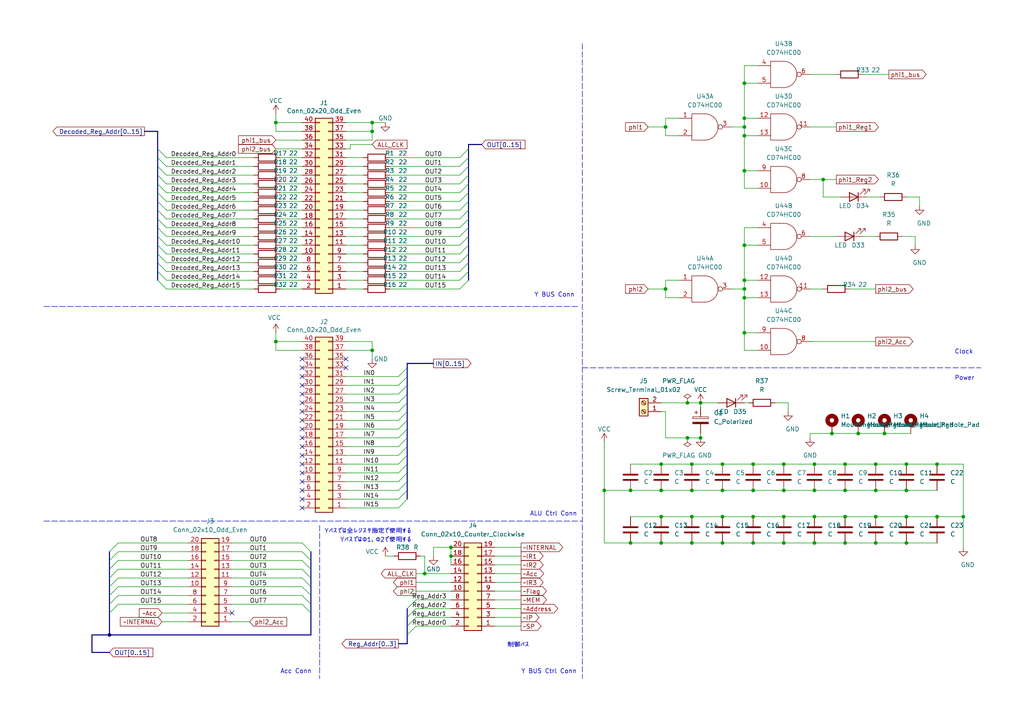
<source format=kicad_sch>
(kicad_sch (version 20211123) (generator eeschema)
  (paper "A4")
  (junction (at 218.44 157.48))
  (junction (at 227.33 142.24))
  (junction (at 203.2 127))
  (junction (at 215.9 34.29))
  (junction (at 191.77 157.48))
  (junction (at 123.19 166.37))
  (junction (at 218.44 134.62))
  (junction (at 236.22 157.48))
  (junction (at 200.66 134.62))
  (junction (at 236.22 149.86))
  (junction (at 175.26 142.24))
  (junction (at 245.11 142.24))
  (junction (at 254 157.48))
  (junction (at 254 142.24))
  (junction (at 209.55 149.86))
  (junction (at 245.11 149.86))
  (junction (at 107.95 35.56))
  (junction (at 262.89 142.24))
  (junction (at 200.66 149.86))
  (junction (at 215.9 39.37))
  (junction (at 215.9 24.13))
  (junction (at 191.77 134.62))
  (junction (at 262.89 157.48))
  (junction (at 130.81 161.29))
  (junction (at 31.75 184.15))
  (junction (at 227.33 149.86))
  (junction (at 218.44 142.24))
  (junction (at 248.92 125.73))
  (junction (at 215.9 96.52))
  (junction (at 279.4 149.86))
  (junction (at 245.11 157.48))
  (junction (at 191.77 142.24))
  (junction (at 200.66 142.24))
  (junction (at 218.44 149.86))
  (junction (at 209.55 157.48))
  (junction (at 215.9 71.12))
  (junction (at 80.01 35.56))
  (junction (at 236.22 134.62))
  (junction (at 262.89 149.86))
  (junction (at 182.88 157.48))
  (junction (at 80.01 99.06))
  (junction (at 241.3 125.73))
  (junction (at 130.81 158.75))
  (junction (at 215.9 86.36))
  (junction (at 236.22 142.24))
  (junction (at 254 149.86))
  (junction (at 182.88 142.24))
  (junction (at 256.54 125.73))
  (junction (at 245.11 134.62))
  (junction (at 203.2 116.84))
  (junction (at 215.9 83.82))
  (junction (at 191.77 149.86))
  (junction (at 215.9 36.83))
  (junction (at 193.04 83.82))
  (junction (at 271.78 134.62))
  (junction (at 199.39 116.84))
  (junction (at 227.33 134.62))
  (junction (at 271.78 149.86))
  (junction (at 107.95 38.1))
  (junction (at 200.66 157.48))
  (junction (at 107.95 101.6))
  (junction (at 209.55 142.24))
  (junction (at 238.76 52.07))
  (junction (at 262.89 134.62))
  (junction (at 209.55 134.62))
  (junction (at 199.39 127))
  (junction (at 227.33 157.48))
  (junction (at 215.9 49.53))
  (junction (at 215.9 81.28))
  (junction (at 254 134.62))
  (junction (at 193.04 36.83))
  (no_connect (at 87.63 109.22))
  (no_connect (at 87.63 114.3))
  (no_connect (at 87.63 124.46))
  (no_connect (at 87.63 104.14))
  (no_connect (at 100.33 106.68))
  (no_connect (at 87.63 111.76))
  (no_connect (at 87.63 129.54))
  (no_connect (at 87.63 132.08))
  (no_connect (at 87.63 139.7))
  (no_connect (at 87.63 147.32))
  (no_connect (at 87.63 144.78))
  (no_connect (at 67.31 177.8))
  (no_connect (at 87.63 116.84))
  (no_connect (at 87.63 142.24))
  (no_connect (at 87.63 134.62))
  (no_connect (at 87.63 127))
  (no_connect (at 100.33 104.14))
  (no_connect (at 87.63 121.92))
  (no_connect (at 87.63 119.38))
  (no_connect (at 87.63 137.16))
  (no_connect (at 87.63 106.68))
  (bus_entry (at 87.63 167.64) (size 2.54 2.54))
  (bus_entry (at 31.75 160.02) (size 2.54 -2.54))
  (bus_entry (at 118.11 127) (size -2.54 2.54))
  (bus_entry (at 45.72 48.26) (size 2.54 2.54))
  (bus_entry (at 45.72 73.66) (size 2.54 2.54))
  (bus_entry (at 135.89 50.8) (size -2.54 2.54))
  (bus_entry (at 135.89 71.12) (size -2.54 2.54))
  (bus_entry (at 87.63 160.02) (size 2.54 2.54))
  (bus_entry (at 31.75 177.8) (size 2.54 -2.54))
  (bus_entry (at 87.63 170.18) (size 2.54 2.54))
  (bus_entry (at 45.72 81.28) (size 2.54 2.54))
  (bus_entry (at 87.63 162.56) (size 2.54 2.54))
  (bus_entry (at 118.11 119.38) (size -2.54 2.54))
  (bus_entry (at 135.89 68.58) (size -2.54 2.54))
  (bus_entry (at 118.11 132.08) (size -2.54 2.54))
  (bus_entry (at 135.89 60.96) (size -2.54 2.54))
  (bus_entry (at 45.72 53.34) (size 2.54 2.54))
  (bus_entry (at 31.75 165.1) (size 2.54 -2.54))
  (bus_entry (at 118.11 176.53) (size 2.54 -2.54))
  (bus_entry (at 45.72 66.04) (size 2.54 2.54))
  (bus_entry (at 118.11 109.22) (size -2.54 2.54))
  (bus_entry (at 118.11 181.61) (size 2.54 -2.54))
  (bus_entry (at 87.63 172.72) (size 2.54 2.54))
  (bus_entry (at 135.89 81.28) (size -2.54 2.54))
  (bus_entry (at 45.72 50.8) (size 2.54 2.54))
  (bus_entry (at 118.11 116.84) (size -2.54 2.54))
  (bus_entry (at 45.72 63.5) (size 2.54 2.54))
  (bus_entry (at 135.89 48.26) (size -2.54 2.54))
  (bus_entry (at 31.75 167.64) (size 2.54 -2.54))
  (bus_entry (at 118.11 139.7) (size -2.54 2.54))
  (bus_entry (at 135.89 45.72) (size -2.54 2.54))
  (bus_entry (at 135.89 63.5) (size -2.54 2.54))
  (bus_entry (at 45.72 68.58) (size 2.54 2.54))
  (bus_entry (at 135.89 76.2) (size -2.54 2.54))
  (bus_entry (at 45.72 43.18) (size 2.54 2.54))
  (bus_entry (at 135.89 43.18) (size -2.54 2.54))
  (bus_entry (at 135.89 73.66) (size -2.54 2.54))
  (bus_entry (at 135.89 66.04) (size -2.54 2.54))
  (bus_entry (at 118.11 179.07) (size 2.54 -2.54))
  (bus_entry (at 45.72 58.42) (size 2.54 2.54))
  (bus_entry (at 45.72 78.74) (size 2.54 2.54))
  (bus_entry (at 31.75 170.18) (size 2.54 -2.54))
  (bus_entry (at 45.72 76.2) (size 2.54 2.54))
  (bus_entry (at 118.11 124.46) (size -2.54 2.54))
  (bus_entry (at 135.89 55.88) (size -2.54 2.54))
  (bus_entry (at 87.63 175.26) (size 2.54 2.54))
  (bus_entry (at 87.63 157.48) (size 2.54 2.54))
  (bus_entry (at 118.11 106.68) (size -2.54 2.54))
  (bus_entry (at 31.75 175.26) (size 2.54 -2.54))
  (bus_entry (at 118.11 111.76) (size -2.54 2.54))
  (bus_entry (at 31.75 172.72) (size 2.54 -2.54))
  (bus_entry (at 135.89 53.34) (size -2.54 2.54))
  (bus_entry (at 118.11 137.16) (size -2.54 2.54))
  (bus_entry (at 45.72 45.72) (size 2.54 2.54))
  (bus_entry (at 118.11 134.62) (size -2.54 2.54))
  (bus_entry (at 118.11 129.54) (size -2.54 2.54))
  (bus_entry (at 45.72 60.96) (size 2.54 2.54))
  (bus_entry (at 118.11 144.78) (size -2.54 2.54))
  (bus_entry (at 135.89 58.42) (size -2.54 2.54))
  (bus_entry (at 45.72 55.88) (size 2.54 2.54))
  (bus_entry (at 118.11 184.15) (size 2.54 -2.54))
  (bus_entry (at 87.63 165.1) (size 2.54 2.54))
  (bus_entry (at 118.11 142.24) (size -2.54 2.54))
  (bus_entry (at 45.72 71.12) (size 2.54 2.54))
  (bus_entry (at 118.11 114.3) (size -2.54 2.54))
  (bus_entry (at 118.11 121.92) (size -2.54 2.54))
  (bus_entry (at 31.75 162.56) (size 2.54 -2.54))
  (bus_entry (at 135.89 78.74) (size -2.54 2.54))
  (bus (pts (xy 118.11 105.41) (xy 125.73 105.41)))
  (wire (pts (xy 113.03 53.34) (xy 133.35 53.34)))
  (wire (pts (xy 123.19 161.29) (xy 123.19 166.37)))
  (wire (pts (xy 115.57 134.62) (xy 100.33 134.62)))
  (bus (pts (xy 118.11 114.3) (xy 118.11 116.84)))
  (bus (pts (xy 135.89 78.74) (xy 135.89 81.28)))
  (wire (pts (xy 107.95 35.56) (xy 107.95 38.1)))
  (wire (pts (xy 113.03 63.5) (xy 133.35 63.5)))
  (bus (pts (xy 90.17 177.8) (xy 90.17 184.15)))
  (wire (pts (xy 143.51 161.29) (xy 151.13 161.29)))
  (wire (pts (xy 113.03 58.42) (xy 133.35 58.42)))
  (wire (pts (xy 105.41 81.28) (xy 100.33 81.28)))
  (wire (pts (xy 191.77 116.84) (xy 199.39 116.84)))
  (wire (pts (xy 105.41 68.58) (xy 100.33 68.58)))
  (wire (pts (xy 143.51 176.53) (xy 151.13 176.53)))
  (polyline (pts (xy 92.71 152.4) (xy 92.71 196.85)))
  (wire (pts (xy 113.03 45.72) (xy 133.35 45.72)))
  (wire (pts (xy 238.76 57.15) (xy 238.76 52.07)))
  (wire (pts (xy 107.95 101.6) (xy 100.33 101.6)))
  (wire (pts (xy 182.88 142.24) (xy 175.26 142.24)))
  (bus (pts (xy 90.17 165.1) (xy 90.17 167.64)))
  (wire (pts (xy 115.57 139.7) (xy 100.33 139.7)))
  (wire (pts (xy 241.3 125.73) (xy 234.95 125.73)))
  (wire (pts (xy 113.03 66.04) (xy 133.35 66.04)))
  (wire (pts (xy 219.71 101.6) (xy 215.9 101.6)))
  (wire (pts (xy 215.9 36.83) (xy 215.9 34.29)))
  (wire (pts (xy 261.62 68.58) (xy 265.43 68.58)))
  (wire (pts (xy 209.55 149.86) (xy 200.66 149.86)))
  (wire (pts (xy 245.11 134.62) (xy 254 134.62)))
  (wire (pts (xy 115.57 114.3) (xy 100.33 114.3)))
  (wire (pts (xy 242.57 52.07) (xy 238.76 52.07)))
  (wire (pts (xy 130.81 158.75) (xy 125.73 158.75)))
  (wire (pts (xy 236.22 157.48) (xy 245.11 157.48)))
  (wire (pts (xy 130.81 158.75) (xy 130.81 161.29)))
  (wire (pts (xy 115.57 147.32) (xy 100.33 147.32)))
  (polyline (pts (xy 168.91 12.7) (xy 168.91 196.85)))
  (wire (pts (xy 262.89 157.48) (xy 271.78 157.48)))
  (wire (pts (xy 67.31 170.18) (xy 87.63 170.18)))
  (wire (pts (xy 113.03 60.96) (xy 133.35 60.96)))
  (bus (pts (xy 135.89 63.5) (xy 135.89 66.04)))
  (wire (pts (xy 48.26 50.8) (xy 73.66 50.8)))
  (wire (pts (xy 193.04 83.82) (xy 193.04 81.28)))
  (wire (pts (xy 219.71 54.61) (xy 215.9 54.61)))
  (wire (pts (xy 242.57 36.83) (xy 234.95 36.83)))
  (wire (pts (xy 115.57 116.84) (xy 100.33 116.84)))
  (bus (pts (xy 31.75 160.02) (xy 31.75 162.56)))
  (bus (pts (xy 90.17 170.18) (xy 90.17 172.72)))
  (wire (pts (xy 193.04 127) (xy 199.39 127)))
  (wire (pts (xy 48.26 81.28) (xy 73.66 81.28)))
  (bus (pts (xy 118.11 181.61) (xy 118.11 184.15)))
  (wire (pts (xy 81.28 60.96) (xy 87.63 60.96)))
  (polyline (pts (xy 12.7 151.13) (xy 168.91 151.13)))
  (bus (pts (xy 45.72 48.26) (xy 45.72 50.8)))
  (bus (pts (xy 41.91 38.1) (xy 45.72 38.1)))
  (wire (pts (xy 265.43 68.58) (xy 265.43 71.12)))
  (wire (pts (xy 215.9 96.52) (xy 219.71 96.52)))
  (wire (pts (xy 34.29 160.02) (xy 54.61 160.02)))
  (wire (pts (xy 81.28 73.66) (xy 87.63 73.66)))
  (wire (pts (xy 236.22 142.24) (xy 227.33 142.24)))
  (wire (pts (xy 120.65 171.45) (xy 130.81 171.45)))
  (bus (pts (xy 118.11 176.53) (xy 118.11 179.07)))
  (wire (pts (xy 81.28 45.72) (xy 87.63 45.72)))
  (wire (pts (xy 48.26 76.2) (xy 73.66 76.2)))
  (wire (pts (xy 262.89 134.62) (xy 271.78 134.62)))
  (wire (pts (xy 143.51 181.61) (xy 151.13 181.61)))
  (bus (pts (xy 31.75 165.1) (xy 31.75 167.64)))
  (wire (pts (xy 107.95 104.14) (xy 107.95 101.6)))
  (bus (pts (xy 45.72 78.74) (xy 45.72 81.28)))
  (wire (pts (xy 254 83.82) (xy 246.38 83.82)))
  (wire (pts (xy 113.03 81.28) (xy 133.35 81.28)))
  (wire (pts (xy 34.29 170.18) (xy 54.61 170.18)))
  (wire (pts (xy 199.39 116.84) (xy 203.2 116.84)))
  (bus (pts (xy 135.89 50.8) (xy 135.89 53.34)))
  (wire (pts (xy 199.39 127) (xy 203.2 127)))
  (wire (pts (xy 105.41 83.82) (xy 100.33 83.82)))
  (wire (pts (xy 242.57 21.59) (xy 234.95 21.59)))
  (wire (pts (xy 193.04 39.37) (xy 193.04 36.83)))
  (wire (pts (xy 200.66 134.62) (xy 209.55 134.62)))
  (wire (pts (xy 193.04 81.28) (xy 196.85 81.28)))
  (wire (pts (xy 81.28 53.34) (xy 87.63 53.34)))
  (bus (pts (xy 135.89 58.42) (xy 135.89 60.96)))
  (wire (pts (xy 182.88 157.48) (xy 191.77 157.48)))
  (bus (pts (xy 45.72 66.04) (xy 45.72 68.58)))
  (bus (pts (xy 118.11 139.7) (xy 118.11 142.24)))
  (bus (pts (xy 135.89 71.12) (xy 135.89 73.66)))
  (bus (pts (xy 45.72 76.2) (xy 45.72 78.74)))
  (wire (pts (xy 175.26 128.27) (xy 175.26 142.24)))
  (bus (pts (xy 118.11 129.54) (xy 118.11 132.08)))
  (wire (pts (xy 215.9 83.82) (xy 215.9 81.28)))
  (wire (pts (xy 81.28 58.42) (xy 87.63 58.42)))
  (wire (pts (xy 215.9 34.29) (xy 219.71 34.29)))
  (bus (pts (xy 90.17 160.02) (xy 90.17 162.56)))
  (wire (pts (xy 34.29 157.48) (xy 54.61 157.48)))
  (wire (pts (xy 215.9 81.28) (xy 219.71 81.28)))
  (wire (pts (xy 193.04 119.38) (xy 193.04 127)))
  (wire (pts (xy 107.95 40.64) (xy 107.95 38.1)))
  (wire (pts (xy 48.26 63.5) (xy 73.66 63.5)))
  (wire (pts (xy 80.01 33.02) (xy 80.01 35.56)))
  (wire (pts (xy 48.26 55.88) (xy 73.66 55.88)))
  (wire (pts (xy 115.57 127) (xy 100.33 127)))
  (wire (pts (xy 48.26 60.96) (xy 73.66 60.96)))
  (wire (pts (xy 254 157.48) (xy 262.89 157.48)))
  (wire (pts (xy 120.65 176.53) (xy 130.81 176.53)))
  (wire (pts (xy 67.31 157.48) (xy 87.63 157.48)))
  (wire (pts (xy 125.73 158.75) (xy 125.73 161.29)))
  (wire (pts (xy 215.9 81.28) (xy 215.9 71.12)))
  (wire (pts (xy 215.9 71.12) (xy 215.9 66.04)))
  (wire (pts (xy 218.44 134.62) (xy 227.33 134.62)))
  (wire (pts (xy 113.03 68.58) (xy 133.35 68.58)))
  (wire (pts (xy 187.96 36.83) (xy 193.04 36.83)))
  (wire (pts (xy 245.11 157.48) (xy 254 157.48)))
  (wire (pts (xy 87.63 35.56) (xy 80.01 35.56)))
  (bus (pts (xy 118.11 179.07) (xy 118.11 181.61)))
  (wire (pts (xy 81.28 63.5) (xy 87.63 63.5)))
  (polyline (pts (xy 12.7 88.9) (xy 167.64 88.9)))
  (wire (pts (xy 115.57 109.22) (xy 100.33 109.22)))
  (bus (pts (xy 118.11 184.15) (xy 118.11 186.69)))
  (bus (pts (xy 135.89 73.66) (xy 135.89 76.2)))
  (wire (pts (xy 105.41 71.12) (xy 100.33 71.12)))
  (wire (pts (xy 215.9 39.37) (xy 215.9 36.83)))
  (wire (pts (xy 200.66 149.86) (xy 191.77 149.86)))
  (wire (pts (xy 67.31 167.64) (xy 87.63 167.64)))
  (bus (pts (xy 31.75 162.56) (xy 31.75 165.1)))
  (bus (pts (xy 45.72 43.18) (xy 45.72 45.72)))
  (wire (pts (xy 105.41 78.74) (xy 100.33 78.74)))
  (wire (pts (xy 193.04 34.29) (xy 196.85 34.29)))
  (wire (pts (xy 107.95 38.1) (xy 100.33 38.1)))
  (wire (pts (xy 279.4 149.86) (xy 271.78 149.86)))
  (wire (pts (xy 196.85 39.37) (xy 193.04 39.37)))
  (wire (pts (xy 34.29 165.1) (xy 54.61 165.1)))
  (bus (pts (xy 90.17 175.26) (xy 90.17 177.8)))
  (wire (pts (xy 262.89 57.15) (xy 266.7 57.15)))
  (wire (pts (xy 80.01 43.18) (xy 87.63 43.18)))
  (wire (pts (xy 251.46 57.15) (xy 255.27 57.15)))
  (wire (pts (xy 105.41 66.04) (xy 100.33 66.04)))
  (wire (pts (xy 101.6 41.91) (xy 107.95 41.91)))
  (wire (pts (xy 87.63 99.06) (xy 80.01 99.06)))
  (wire (pts (xy 80.01 99.06) (xy 80.01 101.6)))
  (wire (pts (xy 72.39 180.34) (xy 67.31 180.34)))
  (wire (pts (xy 271.78 134.62) (xy 279.4 134.62)))
  (wire (pts (xy 209.55 142.24) (xy 200.66 142.24)))
  (bus (pts (xy 135.89 43.18) (xy 135.89 45.72)))
  (wire (pts (xy 254 149.86) (xy 245.11 149.86)))
  (wire (pts (xy 215.9 96.52) (xy 215.9 86.36)))
  (wire (pts (xy 266.7 57.15) (xy 266.7 59.69)))
  (wire (pts (xy 143.51 171.45) (xy 151.13 171.45)))
  (bus (pts (xy 135.89 41.91) (xy 135.89 43.18)))
  (bus (pts (xy 90.17 167.64) (xy 90.17 170.18)))
  (bus (pts (xy 31.75 184.15) (xy 90.17 184.15)))
  (wire (pts (xy 87.63 101.6) (xy 80.01 101.6)))
  (wire (pts (xy 113.03 55.88) (xy 133.35 55.88)))
  (bus (pts (xy 118.11 132.08) (xy 118.11 134.62)))
  (wire (pts (xy 115.57 132.08) (xy 100.33 132.08)))
  (wire (pts (xy 115.57 111.76) (xy 100.33 111.76)))
  (wire (pts (xy 48.26 66.04) (xy 73.66 66.04)))
  (wire (pts (xy 115.57 129.54) (xy 100.33 129.54)))
  (wire (pts (xy 200.66 157.48) (xy 209.55 157.48)))
  (bus (pts (xy 135.89 76.2) (xy 135.89 78.74)))
  (wire (pts (xy 262.89 149.86) (xy 254 149.86)))
  (wire (pts (xy 113.03 78.74) (xy 133.35 78.74)))
  (wire (pts (xy 46.99 180.34) (xy 54.61 180.34)))
  (bus (pts (xy 135.89 68.58) (xy 135.89 71.12)))
  (wire (pts (xy 187.96 83.82) (xy 193.04 83.82)))
  (bus (pts (xy 115.57 186.69) (xy 118.11 186.69)))
  (wire (pts (xy 227.33 142.24) (xy 218.44 142.24)))
  (bus (pts (xy 135.89 60.96) (xy 135.89 63.5)))
  (wire (pts (xy 212.09 83.82) (xy 215.9 83.82)))
  (bus (pts (xy 118.11 137.16) (xy 118.11 139.7)))
  (wire (pts (xy 81.28 78.74) (xy 87.63 78.74)))
  (bus (pts (xy 45.72 63.5) (xy 45.72 66.04)))
  (wire (pts (xy 215.9 49.53) (xy 215.9 39.37)))
  (wire (pts (xy 105.41 76.2) (xy 100.33 76.2)))
  (bus (pts (xy 139.7 41.91) (xy 135.89 41.91)))
  (wire (pts (xy 227.33 157.48) (xy 236.22 157.48)))
  (bus (pts (xy 135.89 45.72) (xy 135.89 48.26)))
  (wire (pts (xy 242.57 68.58) (xy 234.95 68.58)))
  (wire (pts (xy 115.57 137.16) (xy 100.33 137.16)))
  (bus (pts (xy 26.67 184.15) (xy 31.75 184.15)))
  (bus (pts (xy 118.11 134.62) (xy 118.11 137.16)))
  (wire (pts (xy 250.19 68.58) (xy 254 68.58)))
  (wire (pts (xy 196.85 86.36) (xy 193.04 86.36)))
  (wire (pts (xy 175.26 142.24) (xy 175.26 157.48)))
  (wire (pts (xy 227.33 149.86) (xy 218.44 149.86)))
  (wire (pts (xy 191.77 142.24) (xy 182.88 142.24)))
  (wire (pts (xy 209.55 134.62) (xy 218.44 134.62)))
  (wire (pts (xy 105.41 63.5) (xy 100.33 63.5)))
  (wire (pts (xy 245.11 149.86) (xy 236.22 149.86)))
  (wire (pts (xy 105.41 73.66) (xy 100.33 73.66)))
  (wire (pts (xy 111.76 161.29) (xy 114.3 161.29)))
  (wire (pts (xy 191.77 149.86) (xy 182.88 149.86)))
  (wire (pts (xy 105.41 50.8) (xy 100.33 50.8)))
  (wire (pts (xy 203.2 125.73) (xy 203.2 127)))
  (wire (pts (xy 115.57 121.92) (xy 100.33 121.92)))
  (wire (pts (xy 105.41 48.26) (xy 100.33 48.26)))
  (bus (pts (xy 45.72 50.8) (xy 45.72 53.34)))
  (wire (pts (xy 191.77 119.38) (xy 193.04 119.38)))
  (wire (pts (xy 257.81 21.59) (xy 250.19 21.59)))
  (wire (pts (xy 243.84 57.15) (xy 238.76 57.15)))
  (wire (pts (xy 227.33 134.62) (xy 236.22 134.62)))
  (wire (pts (xy 254 142.24) (xy 245.11 142.24)))
  (wire (pts (xy 215.9 19.05) (xy 219.71 19.05)))
  (wire (pts (xy 34.29 162.56) (xy 54.61 162.56)))
  (wire (pts (xy 105.41 58.42) (xy 100.33 58.42)))
  (wire (pts (xy 80.01 40.64) (xy 87.63 40.64)))
  (wire (pts (xy 87.63 38.1) (xy 80.01 38.1)))
  (wire (pts (xy 254 99.06) (xy 234.95 99.06)))
  (wire (pts (xy 262.89 149.86) (xy 271.78 149.86)))
  (bus (pts (xy 118.11 105.41) (xy 118.11 106.68)))
  (wire (pts (xy 254 134.62) (xy 262.89 134.62)))
  (bus (pts (xy 45.72 58.42) (xy 45.72 60.96)))
  (wire (pts (xy 80.01 96.52) (xy 80.01 99.06)))
  (wire (pts (xy 182.88 134.62) (xy 191.77 134.62)))
  (wire (pts (xy 46.99 177.8) (xy 54.61 177.8)))
  (wire (pts (xy 81.28 48.26) (xy 87.63 48.26)))
  (wire (pts (xy 48.26 45.72) (xy 73.66 45.72)))
  (wire (pts (xy 34.29 167.64) (xy 54.61 167.64)))
  (wire (pts (xy 67.31 160.02) (xy 87.63 160.02)))
  (bus (pts (xy 118.11 109.22) (xy 118.11 111.76)))
  (wire (pts (xy 215.9 86.36) (xy 215.9 83.82)))
  (wire (pts (xy 264.16 125.73) (xy 256.54 125.73)))
  (bus (pts (xy 45.72 71.12) (xy 45.72 73.66)))
  (wire (pts (xy 215.9 116.84) (xy 217.17 116.84)))
  (wire (pts (xy 107.95 101.6) (xy 107.95 99.06)))
  (wire (pts (xy 224.79 116.84) (xy 228.6 116.84)))
  (wire (pts (xy 215.9 24.13) (xy 219.71 24.13)))
  (wire (pts (xy 245.11 142.24) (xy 236.22 142.24)))
  (wire (pts (xy 48.26 48.26) (xy 73.66 48.26)))
  (bus (pts (xy 31.75 177.8) (xy 31.75 184.15)))
  (bus (pts (xy 31.75 172.72) (xy 31.75 175.26)))
  (wire (pts (xy 191.77 134.62) (xy 200.66 134.62)))
  (wire (pts (xy 81.28 68.58) (xy 87.63 68.58)))
  (wire (pts (xy 113.03 73.66) (xy 133.35 73.66)))
  (wire (pts (xy 111.76 35.56) (xy 107.95 35.56)))
  (wire (pts (xy 120.65 173.99) (xy 130.81 173.99)))
  (wire (pts (xy 279.4 149.86) (xy 279.4 158.75)))
  (bus (pts (xy 45.72 38.1) (xy 45.72 43.18)))
  (wire (pts (xy 81.28 81.28) (xy 87.63 81.28)))
  (wire (pts (xy 81.28 71.12) (xy 87.63 71.12)))
  (bus (pts (xy 45.72 60.96) (xy 45.72 63.5)))
  (bus (pts (xy 90.17 172.72) (xy 90.17 175.26)))
  (wire (pts (xy 48.26 78.74) (xy 73.66 78.74)))
  (wire (pts (xy 212.09 36.83) (xy 215.9 36.83)))
  (bus (pts (xy 31.75 189.23) (xy 26.67 189.23)))
  (wire (pts (xy 191.77 157.48) (xy 200.66 157.48)))
  (wire (pts (xy 115.57 142.24) (xy 100.33 142.24)))
  (wire (pts (xy 143.51 166.37) (xy 151.13 166.37)))
  (wire (pts (xy 271.78 142.24) (xy 262.89 142.24)))
  (wire (pts (xy 113.03 83.82) (xy 133.35 83.82)))
  (bus (pts (xy 118.11 106.68) (xy 118.11 109.22)))
  (wire (pts (xy 121.92 161.29) (xy 123.19 161.29)))
  (wire (pts (xy 67.31 175.26) (xy 87.63 175.26)))
  (wire (pts (xy 120.65 168.91) (xy 130.81 168.91)))
  (wire (pts (xy 215.9 54.61) (xy 215.9 49.53)))
  (wire (pts (xy 238.76 83.82) (xy 234.95 83.82)))
  (bus (pts (xy 135.89 53.34) (xy 135.89 55.88)))
  (bus (pts (xy 135.89 48.26) (xy 135.89 50.8)))
  (wire (pts (xy 215.9 101.6) (xy 215.9 96.52)))
  (bus (pts (xy 45.72 45.72) (xy 45.72 48.26)))
  (wire (pts (xy 228.6 116.84) (xy 228.6 119.38)))
  (wire (pts (xy 115.57 124.46) (xy 100.33 124.46)))
  (wire (pts (xy 80.01 35.56) (xy 80.01 38.1)))
  (wire (pts (xy 100.33 43.18) (xy 101.6 43.18)))
  (wire (pts (xy 107.95 99.06) (xy 100.33 99.06)))
  (wire (pts (xy 48.26 71.12) (xy 73.66 71.12)))
  (bus (pts (xy 118.11 116.84) (xy 118.11 119.38)))
  (wire (pts (xy 120.65 179.07) (xy 130.81 179.07)))
  (wire (pts (xy 208.28 116.84) (xy 203.2 116.84)))
  (polyline (pts (xy 168.91 106.68) (xy 284.48 106.68)))
  (wire (pts (xy 200.66 142.24) (xy 191.77 142.24)))
  (wire (pts (xy 113.03 48.26) (xy 133.35 48.26)))
  (wire (pts (xy 67.31 165.1) (xy 87.63 165.1)))
  (bus (pts (xy 31.75 167.64) (xy 31.75 170.18)))
  (bus (pts (xy 31.75 175.26) (xy 31.75 177.8)))
  (wire (pts (xy 48.26 53.34) (xy 73.66 53.34)))
  (wire (pts (xy 209.55 157.48) (xy 218.44 157.48)))
  (wire (pts (xy 48.26 68.58) (xy 73.66 68.58)))
  (bus (pts (xy 118.11 142.24) (xy 118.11 144.78)))
  (wire (pts (xy 248.92 125.73) (xy 241.3 125.73)))
  (wire (pts (xy 67.31 162.56) (xy 87.63 162.56)))
  (bus (pts (xy 118.11 124.46) (xy 118.11 127)))
  (wire (pts (xy 115.57 119.38) (xy 100.33 119.38)))
  (wire (pts (xy 81.28 76.2) (xy 87.63 76.2)))
  (wire (pts (xy 107.95 35.56) (xy 100.33 35.56)))
  (wire (pts (xy 215.9 34.29) (xy 215.9 24.13)))
  (wire (pts (xy 143.51 179.07) (xy 151.13 179.07)))
  (wire (pts (xy 48.26 58.42) (xy 73.66 58.42)))
  (wire (pts (xy 105.41 45.72) (xy 100.33 45.72)))
  (bus (pts (xy 31.75 170.18) (xy 31.75 172.72)))
  (wire (pts (xy 193.04 36.83) (xy 193.04 34.29)))
  (wire (pts (xy 34.29 175.26) (xy 54.61 175.26)))
  (bus (pts (xy 45.72 55.88) (xy 45.72 58.42)))
  (wire (pts (xy 215.9 71.12) (xy 219.71 71.12)))
  (wire (pts (xy 215.9 24.13) (xy 215.9 19.05)))
  (wire (pts (xy 143.51 168.91) (xy 151.13 168.91)))
  (wire (pts (xy 175.26 157.48) (xy 182.88 157.48)))
  (wire (pts (xy 101.6 43.18) (xy 101.6 41.91)))
  (wire (pts (xy 105.41 60.96) (xy 100.33 60.96)))
  (bus (pts (xy 45.72 68.58) (xy 45.72 71.12)))
  (wire (pts (xy 215.9 49.53) (xy 219.71 49.53)))
  (wire (pts (xy 105.41 55.88) (xy 100.33 55.88)))
  (wire (pts (xy 105.41 53.34) (xy 100.33 53.34)))
  (wire (pts (xy 236.22 134.62) (xy 245.11 134.62)))
  (wire (pts (xy 123.19 166.37) (xy 130.81 166.37)))
  (bus (pts (xy 45.72 53.34) (xy 45.72 55.88)))
  (bus (pts (xy 90.17 162.56) (xy 90.17 165.1)))
  (bus (pts (xy 118.11 111.76) (xy 118.11 114.3)))
  (wire (pts (xy 236.22 149.86) (xy 227.33 149.86)))
  (wire (pts (xy 143.51 173.99) (xy 151.13 173.99)))
  (bus (pts (xy 118.11 127) (xy 118.11 129.54)))
  (wire (pts (xy 48.26 73.66) (xy 73.66 73.66)))
  (wire (pts (xy 130.81 161.29) (xy 130.81 163.83)))
  (wire (pts (xy 48.26 83.82) (xy 73.66 83.82)))
  (bus (pts (xy 135.89 66.04) (xy 135.89 68.58)))
  (wire (pts (xy 113.03 71.12) (xy 133.35 71.12)))
  (wire (pts (xy 234.95 125.73) (xy 234.95 127)))
  (wire (pts (xy 256.54 125.73) (xy 248.92 125.73)))
  (wire (pts (xy 113.03 76.2) (xy 133.35 76.2)))
  (wire (pts (xy 67.31 172.72) (xy 87.63 172.72)))
  (wire (pts (xy 81.28 50.8) (xy 87.63 50.8)))
  (wire (pts (xy 81.28 83.82) (xy 87.63 83.82)))
  (wire (pts (xy 215.9 66.04) (xy 219.71 66.04)))
  (bus (pts (xy 118.11 119.38) (xy 118.11 121.92)))
  (wire (pts (xy 115.57 144.78) (xy 100.33 144.78)))
  (bus (pts (xy 45.72 73.66) (xy 45.72 76.2)))
  (bus (pts (xy 135.89 55.88) (xy 135.89 58.42)))
  (wire (pts (xy 218.44 149.86) (xy 209.55 149.86)))
  (wire (pts (xy 279.4 134.62) (xy 279.4 149.86)))
  (bus (pts (xy 26.67 189.23) (xy 26.67 184.15)))
  (wire (pts (xy 215.9 39.37) (xy 219.71 39.37)))
  (wire (pts (xy 143.51 163.83) (xy 151.13 163.83)))
  (wire (pts (xy 81.28 66.04) (xy 87.63 66.04)))
  (wire (pts (xy 120.65 181.61) (xy 130.81 181.61)))
  (wire (pts (xy 218.44 157.48) (xy 227.33 157.48)))
  (wire (pts (xy 100.33 40.64) (xy 107.95 40.64)))
  (wire (pts (xy 215.9 86.36) (xy 219.71 86.36)))
  (wire (pts (xy 203.2 116.84) (xy 203.2 118.11)))
  (wire (pts (xy 193.04 86.36) (xy 193.04 83.82)))
  (wire (pts (xy 143.51 158.75) (xy 151.13 158.75)))
  (wire (pts (xy 238.76 52.07) (xy 234.95 52.07)))
  (wire (pts (xy 262.89 142.24) (xy 254 142.24)))
  (wire (pts (xy 120.65 166.37) (xy 123.19 166.37)))
  (bus (pts (xy 118.11 121.92) (xy 118.11 124.46)))
  (wire (pts (xy 218.44 142.24) (xy 209.55 142.24)))
  (wire (pts (xy 113.03 50.8) (xy 133.35 50.8)))
  (wire (pts (xy 81.28 55.88) (xy 87.63 55.88)))
  (wire (pts (xy 34.29 172.72) (xy 54.61 172.72)))
  (text "Clock" (at 276.86 102.87 0) (effects (font (size 1.27 1.27)) (justify left bottom)))
  (text "YバスではΦ1，Φ2で使用する" (at 119.38 157.48 180) (effects (font (size 1.27 1.27)) (justify right bottom)))
  (text "Power" (at 276.86 110.49 0) (effects (font (size 1.27 1.27)) (justify left bottom)))
  (text "Yバスでは全レジスタ指定で使用する" (at 119.38 154.94 180) (effects (font (size 1.27 1.27)) (justify right bottom)))
  (text "ALU Ctrl Conn" (at 153.67 149.86 0) (effects (font (size 1.27 1.27)) (justify left bottom)))
  (text "Y BUS Conn" (at 154.94 86.36 0) (effects (font (size 1.27 1.27)) (justify left bottom)))
  (text "Y BUS Ctrl Conn" (at 151.13 195.58 0) (effects (font (size 1.27 1.27)) (justify left bottom)))
  (text "制御バス" (at 153.67 187.96 180) (effects (font (size 1.27 1.27)) (justify right bottom)))
  (text "Acc Conn" (at 81.28 195.58 0) (effects (font (size 1.27 1.27)) (justify left bottom)))
  (label "OUT0" (at 123.19 45.72 0))
  (label "Decoded_Reg_Addr6" (at 49.53 60.96 0))
  (label "Decoded_Reg_Addr4" (at 49.53 55.88 0))
  (label "Reg_Addr0" (at 129.54 181.61 180))
  (label "Decoded_Reg_Addr5" (at 49.53 58.42 0))
  (label "Decoded_Reg_Addr2" (at 49.53 50.8 0))
  (label "IN2" (at 105.41 114.3 0))
  (label "OUT4" (at 123.19 55.88 0))
  (label "IN4" (at 105.41 119.38 0))
  (label "IN3" (at 105.41 116.84 0))
  (label "Decoded_Reg_Addr14" (at 49.53 81.28 0))
  (label "OUT14" (at 123.19 81.28 0))
  (label "OUT9" (at 123.19 68.58 0))
  (label "IN14" (at 105.3645 144.78 0))
  (label "Decoded_Reg_Addr13" (at 49.53 78.74 0))
  (label "IN13" (at 105.3645 142.24 0))
  (label "OUT8" (at 123.19 66.04 0))
  (label "IN15" (at 105.3645 147.32 0))
  (label "OUT11" (at 123.19 73.66 0))
  (label "IN7" (at 105.41 127 0))
  (label "OUT15" (at 40.64 175.26 0))
  (label "IN12" (at 105.3645 139.7 0))
  (label "Decoded_Reg_Addr12" (at 49.53 76.2 0))
  (label "OUT7" (at 123.19 63.5 0))
  (label "IN9" (at 105.3645 132.08 0))
  (label "OUT10" (at 123.19 71.12 0))
  (label "Decoded_Reg_Addr15" (at 49.53 83.82 0))
  (label "Reg_Addr3" (at 129.54 173.99 180))
  (label "OUT3" (at 72.39 165.1 0))
  (label "OUT12" (at 40.64 167.64 0))
  (label "OUT8" (at 40.64 157.48 0))
  (label "OUT3" (at 123.19 53.34 0))
  (label "OUT4" (at 72.39 167.64 0))
  (label "OUT13" (at 40.64 170.18 0))
  (label "Decoded_Reg_Addr3" (at 49.53 53.34 0))
  (label "OUT2" (at 123.19 50.8 0))
  (label "OUT1" (at 123.19 48.26 0))
  (label "OUT5" (at 72.39 170.18 0))
  (label "OUT0" (at 72.39 157.48 0))
  (label "OUT15" (at 123.19 83.82 0))
  (label "Decoded_Reg_Addr0" (at 49.53 45.72 0))
  (label "Decoded_Reg_Addr10" (at 49.53 71.12 0))
  (label "Decoded_Reg_Addr7" (at 49.53 63.5 0))
  (label "OUT6" (at 72.39 172.72 0))
  (label "OUT14" (at 40.64 172.72 0))
  (label "OUT13" (at 123.19 78.74 0))
  (label "OUT10" (at 40.64 162.56 0))
  (label "Reg_Addr2" (at 129.54 176.53 180))
  (label "IN5" (at 105.41 121.92 0))
  (label "OUT2" (at 72.39 162.56 0))
  (label "IN0" (at 105.41 109.22 0))
  (label "OUT12" (at 123.19 76.2 0))
  (label "IN11" (at 105.3645 137.16 0))
  (label "Decoded_Reg_Addr8" (at 49.53 66.04 0))
  (label "IN8" (at 105.3645 129.54 0))
  (label "Decoded_Reg_Addr9" (at 49.53 68.58 0))
  (label "Decoded_Reg_Addr11" (at 49.53 73.66 0))
  (label "IN10" (at 105.3645 134.62 0))
  (label "OUT9" (at 40.64 160.02 0))
  (label "Reg_Addr1" (at 129.54 179.07 180))
  (label "IN6" (at 105.41 124.46 0))
  (label "OUT5" (at 123.19 58.42 0))
  (label "Decoded_Reg_Addr1" (at 49.53 48.26 0))
  (label "OUT6" (at 123.19 60.96 0))
  (label "OUT1" (at 72.39 160.02 0))
  (label "IN1" (at 105.41 111.76 0))
  (label "OUT7" (at 72.39 175.26 0))
  (label "OUT11" (at 40.64 165.1 0))
  (global_label "phi1_Reg2" (shape output) (at 242.57 52.07 0) (property "Intersheet References" "${INTERSHEET_REFS}" (effects hide)))
  (global_label "~Acc" (shape input) (at 46.99 177.8 180) (property "Intersheet References" "${INTERSHEET_REFS}" (effects hide)))
  (global_label "~Address" (shape output) (at 151.13 176.53 0) (property "Intersheet References" "${INTERSHEET_REFS}" (effects hide)))
  (global_label "phi1" (shape output) (at 120.65 168.91 180) (property "Intersheet References" "${INTERSHEET_REFS}" (effects hide)))
  (global_label "phi2_bus" (shape input) (at 80.01 43.18 180) (property "Intersheet References" "${INTERSHEET_REFS}" (effects hide)))
  (global_label "~Acc" (shape output) (at 151.13 166.37 0) (property "Intersheet References" "${INTERSHEET_REFS}" (effects hide)))
  (global_label "~INTERNAL" (shape output) (at 151.13 158.75 0) (property "Intersheet References" "${INTERSHEET_REFS}" (effects hide)))
  (global_label "OUT[0..15]" (shape input) (at 31.75 189.23 0) (property "Intersheet References" "${INTERSHEET_REFS}" (effects hide)))
  (global_label "IN[0..15]" (shape output) (at 125.73 105.41 0) (property "Intersheet References" "${INTERSHEET_REFS}" (effects hide)))
  (global_label "phi1_bus" (shape output) (at 257.81 21.59 0) (property "Intersheet References" "${INTERSHEET_REFS}" (effects hide)))
  (global_label "ALL_CLK" (shape input) (at 107.95 41.91 0) (property "Intersheet References" "${INTERSHEET_REFS}" (effects hide)))
  (global_label "~INTERNAL" (shape input) (at 46.99 180.34 180) (property "Intersheet References" "${INTERSHEET_REFS}" (effects hide)))
  (global_label "~IR3" (shape output) (at 151.13 168.91 0) (property "Intersheet References" "${INTERSHEET_REFS}" (effects hide)))
  (global_label "~Flag" (shape output) (at 151.13 171.45 0) (property "Intersheet References" "${INTERSHEET_REFS}" (effects hide)))
  (global_label "phi2_Acc" (shape output) (at 254 99.06 0) (property "Intersheet References" "${INTERSHEET_REFS}" (effects hide)))
  (global_label "phi2" (shape output) (at 120.65 171.45 180) (property "Intersheet References" "${INTERSHEET_REFS}" (effects hide)))
  (global_label "OUT[0..15]" (shape input) (at 139.7 41.91 0) (property "Intersheet References" "${INTERSHEET_REFS}" (effects hide)))
  (global_label "~MEM" (shape output) (at 151.13 173.99 0) (property "Intersheet References" "${INTERSHEET_REFS}" (effects hide)))
  (global_label "phi2_Acc" (shape input) (at 72.39 180.34 0) (property "Intersheet References" "${INTERSHEET_REFS}" (effects hide)))
  (global_label "phi2" (shape input) (at 187.96 83.82 180) (property "Intersheet References" "${INTERSHEET_REFS}" (effects hide)))
  (global_label "phi1_Reg1" (shape output) (at 242.57 36.83 0) (property "Intersheet References" "${INTERSHEET_REFS}" (effects hide)))
  (global_label "~IP" (shape output) (at 151.13 179.07 0) (property "Intersheet References" "${INTERSHEET_REFS}" (effects hide)))
  (global_label "Reg_Addr[0..3]" (shape output) (at 115.57 186.69 180) (property "Intersheet References" "${INTERSHEET_REFS}" (effects hide)))
  (global_label "phi1_bus" (shape input) (at 80.01 40.64 180) (property "Intersheet References" "${INTERSHEET_REFS}" (effects hide)))
  (global_label "~IR1" (shape output) (at 151.13 161.29 0) (property "Intersheet References" "${INTERSHEET_REFS}" (effects hide)))
  (global_label "phi1" (shape input) (at 187.96 36.83 180) (property "Intersheet References" "${INTERSHEET_REFS}" (effects hide)))
  (global_label "ALL_CLK" (shape output) (at 120.65 166.37 180) (property "Intersheet References" "${INTERSHEET_REFS}" (effects hide)))
  (global_label "phi2_bus" (shape output) (at 254 83.82 0) (property "Intersheet References" "${INTERSHEET_REFS}" (effects hide)))
  (global_label "~IR2" (shape output) (at 151.13 163.83 0) (property "Intersheet References" "${INTERSHEET_REFS}" (effects hide)))
  (global_label "Decoded_Reg_Addr[0..15]" (shape output) (at 41.91 38.1 180) (property "Intersheet References" "${INTERSHEET_REFS}" (effects hide)))
  (global_label "~SP" (shape output) (at 151.13 181.61 0) (property "Intersheet References" "${INTERSHEET_REFS}" (effects hide)))
  (symbol (lib_id "Device:C") (at 227.33 153.67 0) (unit 1)
    (property "Reference" "C17" (at 231.14 152.3999 0) (effects (justify left)))
    (property "Value" "C" (at 231.14 154.9399 0) (effects (justify left)))
    (property "Footprint" "Capacitor_THT:C_Disc_D7.5mm_W2.5mm_P5.00mm" (effects hide))
  )
  (symbol (lib_id "power:GND") (at 266.7 59.69 0) (unit 1)
    (property "Reference" "#PWR024" (effects hide))
    (property "Value" "GND" (at 267.97 64.77 0))
  )
  (symbol (lib_id "Mechanical:MountingHole_Pad") (at 264.16 123.19 0) (unit 1)
    (property "Reference" "H4" (at 266.7 120.6499 0) (effects (justify left)))
    (property "Value" "MountingHole_Pad" (at 266.7 123.1899 0) (effects (justify left)))
    (property "Footprint" "MountingHole:MountingHole_3mm_Pad" (effects hide))
  )
  (symbol (lib_id "CD74HCXX:CD74HC00") (at 227.33 52.07 0) (unit 3)
    (property "Reference" "U43" (at 227.33 43.18 0))
    (property "Value" "CD74HC00" (at 227.33 45.72 0))
    (property "Footprint" "Package_DIP:DIP-14_W7.62mm" (effects hide))
  )
  (symbol (lib_id "Device:R") (at 246.38 21.59 90) (unit 1)
    (property "Reference" "R33" (at 250.19 20.32 90))
    (property "Value" "22" (at 254 20.32 90))
    (property "Footprint" "Resistor_SMD:R_0603_1608Metric_Pad0.98x0.95mm_HandSolder" (effects hide))
  )
  (symbol (lib_id "Device:C") (at 191.77 153.67 0) (unit 1)
    (property "Reference" "C13" (at 195.58 152.3999 0) (effects (justify left)))
    (property "Value" "C" (at 195.58 154.9399 0) (effects (justify left)))
    (property "Footprint" "Capacitor_THT:C_Disc_D7.5mm_W2.5mm_P5.00mm" (effects hide))
  )
  (symbol (lib_id "Device:R") (at 109.22 68.58 90) (unit 1)
    (property "Reference" "R10" (at 113.03 67.31 90))
    (property "Value" "22" (at 116.84 67.31 90))
    (property "Footprint" "Resistor_SMD:R_0603_1608Metric_Pad0.98x0.95mm_HandSolder" (effects hide))
  )
  (symbol (lib_id "Device:R") (at 77.47 66.04 90) (unit 1)
    (property "Reference" "R25" (at 81.28 64.77 90))
    (property "Value" "22" (at 85.09 64.77 90))
    (property "Footprint" "Resistor_SMD:R_0603_1608Metric_Pad0.98x0.95mm_HandSolder" (effects hide))
  )
  (symbol (lib_id "Device:R") (at 109.22 48.26 90) (unit 1)
    (property "Reference" "R2" (at 113.03 46.99 90))
    (property "Value" "22" (at 116.84 46.99 90))
    (property "Footprint" "Resistor_SMD:R_0603_1608Metric_Pad0.98x0.95mm_HandSolder" (effects hide))
  )
  (symbol (lib_id "Device:C") (at 182.88 138.43 0) (unit 1)
    (property "Reference" "C2" (at 186.69 137.1599 0) (effects (justify left)))
    (property "Value" "C" (at 186.69 139.6999 0) (effects (justify left)))
    (property "Footprint" "Capacitor_THT:C_Disc_D7.5mm_W2.5mm_P5.00mm" (effects hide))
  )
  (symbol (lib_id "Device:R") (at 77.47 78.74 90) (unit 1)
    (property "Reference" "R30" (at 81.28 77.47 90))
    (property "Value" "22" (at 85.09 77.47 90))
    (property "Footprint" "Resistor_SMD:R_0603_1608Metric_Pad0.98x0.95mm_HandSolder" (effects hide))
  )
  (symbol (lib_id "Device:R") (at 109.22 81.28 90) (unit 1)
    (property "Reference" "R15" (at 113.03 80.01 90))
    (property "Value" "22" (at 116.84 80.01 90))
    (property "Footprint" "Resistor_SMD:R_0603_1608Metric_Pad0.98x0.95mm_HandSolder" (effects hide))
  )
  (symbol (lib_id "Device:R") (at 109.22 71.12 90) (unit 1)
    (property "Reference" "R11" (at 113.03 69.85 90))
    (property "Value" "22" (at 116.84 69.85 90))
    (property "Footprint" "Resistor_SMD:R_0603_1608Metric_Pad0.98x0.95mm_HandSolder" (effects hide))
  )
  (symbol (lib_id "Device:R") (at 109.22 76.2 90) (unit 1)
    (property "Reference" "R13" (at 113.03 74.93 90))
    (property "Value" "22" (at 116.84 74.93 90))
    (property "Footprint" "Resistor_SMD:R_0603_1608Metric_Pad0.98x0.95mm_HandSolder" (effects hide))
  )
  (symbol (lib_id "Device:C") (at 236.22 153.67 0) (unit 1)
    (property "Reference" "C18" (at 240.03 152.3999 0) (effects (justify left)))
    (property "Value" "C" (at 240.03 154.9399 0) (effects (justify left)))
    (property "Footprint" "Capacitor_THT:C_Disc_D7.5mm_W2.5mm_P5.00mm" (effects hide))
  )
  (symbol (lib_id "Connector_Generic:Conn_02x10_Odd_Even") (at 138.43 171.45 180) (unit 1)
    (property "Reference" "J4" (at 137.16 152.4 0))
    (property "Value" "Conn_02x10_Counter_Clockwise" (at 137.16 154.94 0))
    (property "Footprint" "Connector_PinHeader_2.54mm:PinHeader_2x10_P2.54mm_Horizontal" (effects hide))
  )
  (symbol (lib_id "Device:R") (at 77.47 45.72 90) (unit 1)
    (property "Reference" "R17" (at 81.28 44.45 90))
    (property "Value" "22" (at 85.09 44.45 90))
    (property "Footprint" "Resistor_SMD:R_0603_1608Metric_Pad0.98x0.95mm_HandSolder" (effects hide))
  )
  (symbol (lib_id "Device:R") (at 109.22 83.82 90) (unit 1)
    (property "Reference" "R16" (at 113.03 82.55 90))
    (property "Value" "22" (at 116.84 82.55 90))
    (property "Footprint" "Resistor_SMD:R_0603_1608Metric_Pad0.98x0.95mm_HandSolder" (effects hide))
  )
  (symbol (lib_id "power:GND") (at 228.6 119.38 0) (unit 1)
    (property "Reference" "#PWR025" (effects hide))
    (property "Value" "GND" (at 229.87 124.46 0))
  )
  (symbol (lib_id "Device:C") (at 200.66 138.43 0) (unit 1)
    (property "Reference" "C4" (at 204.47 137.1599 0) (effects (justify left)))
    (property "Value" "C" (at 204.47 139.6999 0) (effects (justify left)))
    (property "Footprint" "Capacitor_THT:C_Disc_D7.5mm_W2.5mm_P5.00mm" (effects hide))
  )
  (symbol (lib_id "Device:R") (at 109.22 60.96 90) (unit 1)
    (property "Reference" "R7" (at 113.03 59.69 90))
    (property "Value" "22" (at 116.84 59.69 90))
    (property "Footprint" "Resistor_SMD:R_0603_1608Metric_Pad0.98x0.95mm_HandSolder" (effects hide))
  )
  (symbol (lib_id "Device:R") (at 109.22 53.34 90) (unit 1)
    (property "Reference" "R4" (at 113.03 52.07 90))
    (property "Value" "22" (at 116.84 52.07 90))
    (property "Footprint" "Resistor_SMD:R_0603_1608Metric_Pad0.98x0.95mm_HandSolder" (effects hide))
  )
  (symbol (lib_id "Device:R") (at 242.57 83.82 90) (unit 1)
    (property "Reference" "R34" (at 246.38 82.55 90))
    (property "Value" "22" (at 250.19 82.55 90))
    (property "Footprint" "Resistor_SMD:R_0603_1608Metric_Pad0.98x0.95mm_HandSolder" (effects hide))
  )
  (symbol (lib_id "Device:R") (at 77.47 48.26 90) (unit 1)
    (property "Reference" "R18" (at 81.28 46.99 90))
    (property "Value" "22" (at 85.09 46.99 90))
    (property "Footprint" "Resistor_SMD:R_0603_1608Metric_Pad0.98x0.95mm_HandSolder" (effects hide))
  )
  (symbol (lib_id "Device:R") (at 77.47 60.96 90) (unit 1)
    (property "Reference" "R23" (at 81.28 59.69 90))
    (property "Value" "22" (at 85.09 59.69 90))
    (property "Footprint" "Resistor_SMD:R_0603_1608Metric_Pad0.98x0.95mm_HandSolder" (effects hide))
  )
  (symbol (lib_id "Device:C") (at 262.89 153.67 0) (unit 1)
    (property "Reference" "C21" (at 266.7 152.3999 0) (effects (justify left)))
    (property "Value" "C" (at 266.7 154.9399 0) (effects (justify left)))
    (property "Footprint" "Capacitor_THT:C_Disc_D7.5mm_W2.5mm_P5.00mm" (effects hide))
  )
  (symbol (lib_id "Device:R") (at 77.47 73.66 90) (unit 1)
    (property "Reference" "R28" (at 81.28 72.39 90))
    (property "Value" "22" (at 85.09 72.39 90))
    (property "Footprint" "Resistor_SMD:R_0603_1608Metric_Pad0.98x0.95mm_HandSolder" (effects hide))
  )
  (symbol (lib_id "Device:R") (at 77.47 50.8 90) (unit 1)
    (property "Reference" "R19" (at 81.28 49.53 90))
    (property "Value" "22" (at 85.09 49.53 90))
    (property "Footprint" "Resistor_SMD:R_0603_1608Metric_Pad0.98x0.95mm_HandSolder" (effects hide))
  )
  (symbol (lib_id "Mechanical:MountingHole_Pad") (at 241.3 123.19 0) (unit 1)
    (property "Reference" "H1" (at 243.84 120.6499 0) (effects (justify left)))
    (property "Value" "MountingHole_Pad" (at 243.84 123.1899 0) (effects (justify left)))
    (property "Footprint" "MountingHole:MountingHole_3mm_Pad" (effects hide))
  )
  (symbol (lib_id "CD74HCXX:CD74HC00") (at 227.33 99.06 0) (unit 3)
    (property "Reference" "U44" (at 227.33 90.17 0))
    (property "Value" "CD74HC00" (at 227.33 92.71 0))
    (property "Footprint" "Package_DIP:DIP-14_W7.62mm" (effects hide))
  )
  (symbol (lib_id "Device:R") (at 257.81 68.58 90) (unit 1)
    (property "Reference" "R35" (at 257.81 62.23 90))
    (property "Value" "R" (at 257.81 64.77 90))
    (property "Footprint" "Resistor_SMD:R_0603_1608Metric_Pad0.98x0.95mm_HandSolder" (effects hide))
  )
  (symbol (lib_id "Device:C") (at 209.55 138.43 0) (unit 1)
    (property "Reference" "C5" (at 213.36 137.1599 0) (effects (justify left)))
    (property "Value" "C" (at 213.36 139.6999 0) (effects (justify left)))
    (property "Footprint" "Capacitor_THT:C_Disc_D7.5mm_W2.5mm_P5.00mm" (effects hide))
  )
  (symbol (lib_id "Device:R") (at 109.22 58.42 90) (unit 1)
    (property "Reference" "R6" (at 113.03 57.15 90))
    (property "Value" "22" (at 116.84 57.15 90))
    (property "Footprint" "Resistor_SMD:R_0603_1608Metric_Pad0.98x0.95mm_HandSolder" (effects hide))
  )
  (symbol (lib_id "Device:R") (at 77.47 81.28 90) (unit 1)
    (property "Reference" "R31" (at 81.28 80.01 90))
    (property "Value" "22" (at 85.09 80.01 90))
    (property "Footprint" "Resistor_SMD:R_0603_1608Metric_Pad0.98x0.95mm_HandSolder" (effects hide))
  )
  (symbol (lib_id "power:VCC") (at 203.2 116.84 0) (mirror y) (unit 1)
    (property "Reference" "#PWR018" (effects hide))
    (property "Value" "VCC" (at 203.2 113.03 0))
  )
  (symbol (lib_id "power:GND") (at 279.4 158.75 0) (unit 1)
    (property "Reference" "#PWR023" (effects hide))
    (property "Value" "GND" (at 280.67 163.83 0))
  )
  (symbol (lib_id "Connector_Generic:Conn_02x10_Odd_Even") (at 62.23 170.18 180) (unit 1)
    (property "Reference" "J3" (at 60.96 151.13 0))
    (property "Value" "Conn_02x10_Odd_Even" (at 60.96 153.67 0))
    (property "Footprint" "Connector_PinHeader_2.54mm:PinHeader_2x10_P2.54mm_Horizontal" (effects hide))
  )
  (symbol (lib_id "Mechanical:MountingHole_Pad") (at 248.92 123.19 0) (unit 1)
    (property "Reference" "H2" (at 251.46 120.6499 0) (effects (justify left)))
    (property "Value" "MountingHole_Pad" (at 251.46 123.1899 0) (effects (justify left)))
    (property "Footprint" "MountingHole:MountingHole_3mm_Pad" (effects hide))
  )
  (symbol (lib_id "Device:LED") (at 247.65 57.15 180) (unit 1)
    (property "Reference" "D34" (at 250.19 59.69 0))
    (property "Value" "LED" (at 245.11 59.69 0))
    (property "Footprint" "LED_THT:LED_D3.0mm" (effects hide))
  )
  (symbol (lib_id "CD74HCXX:CD74HC00") (at 227.33 83.82 0) (unit 4)
    (property "Reference" "U44" (at 227.33 74.93 0))
    (property "Value" "CD74HC00" (at 227.33 77.47 0))
    (property "Footprint" "Package_DIP:DIP-14_W7.62mm" (effects hide))
  )
  (symbol (lib_id "Device:R") (at 77.47 71.12 90) (unit 1)
    (property "Reference" "R27" (at 81.28 69.85 90))
    (property "Value" "22" (at 85.09 69.85 90))
    (property "Footprint" "Resistor_SMD:R_0603_1608Metric_Pad0.98x0.95mm_HandSolder" (effects hide))
  )
  (symbol (lib_id "power:VCC") (at 175.26 128.27 0) (mirror y) (unit 1)
    (property "Reference" "#PWR022" (effects hide))
    (property "Value" "VCC" (at 175.26 124.46 0))
  )
  (symbol (lib_id "Device:R") (at 77.47 76.2 90) (unit 1)
    (property "Reference" "R29" (at 81.28 74.93 90))
    (property "Value" "22" (at 85.09 74.93 90))
    (property "Footprint" "Resistor_SMD:R_0603_1608Metric_Pad0.98x0.95mm_HandSolder" (effects hide))
  )
  (symbol (lib_id "Connector:Screw_Terminal_01x02") (at 186.69 119.38 180) (unit 1)
    (property "Reference" "J5" (at 186.69 110.49 0))
    (property "Value" "Screw_Terminal_01x02" (at 186.69 113.03 0))
    (property "Footprint" "TerminalBlock:TerminalBlock_bornier-2_P5.08mm" (effects hide))
  )
  (symbol (lib_id "Device:LED") (at 212.09 116.84 180) (unit 1)
    (property "Reference" "D35" (at 214.63 119.38 0))
    (property "Value" "LED" (at 209.55 119.38 0))
    (property "Footprint" "LED_THT:LED_D3.0mm" (effects hide))
  )
  (symbol (lib_id "Device:C") (at 245.11 138.43 0) (unit 1)
    (property "Reference" "C9" (at 248.92 137.1599 0) (effects (justify left)))
    (property "Value" "C" (at 248.92 139.6999 0) (effects (justify left)))
    (property "Footprint" "Capacitor_THT:C_Disc_D7.5mm_W2.5mm_P5.00mm" (effects hide))
  )
  (symbol (lib_id "CD74HCXX:CD74HC00") (at 227.33 21.59 0) (unit 2)
    (property "Reference" "U43" (at 227.33 12.7 0))
    (property "Value" "CD74HC00" (at 227.33 15.24 0))
    (property "Footprint" "Package_DIP:DIP-14_W7.62mm" (effects hide))
  )
  (symbol (lib_id "power:GND") (at 203.2 127 0) (unit 1)
    (property "Reference" "#PWR019" (effects hide))
    (property "Value" "GND" (at 204.47 132.08 0))
  )
  (symbol (lib_id "power:GND") (at 234.95 127 0) (unit 1)
    (property "Reference" "#PWR020" (effects hide))
    (property "Value" "GND" (at 234.95 132.08 0))
  )
  (symbol (lib_id "Device:C") (at 245.11 153.67 0) (unit 1)
    (property "Reference" "C19" (at 248.92 152.3999 0) (effects (justify left)))
    (property "Value" "C" (at 248.92 154.9399 0) (effects (justify left)))
    (property "Footprint" "Capacitor_THT:C_Disc_D7.5mm_W2.5mm_P5.00mm" (effects hide))
  )
  (symbol (lib_id "Device:C") (at 262.89 138.43 0) (unit 1)
    (property "Reference" "C11" (at 266.7 137.1599 0) (effects (justify left)))
    (property "Value" "C" (at 266.7 139.6999 0) (effects (justify left)))
    (property "Footprint" "Capacitor_THT:C_Disc_D7.5mm_W2.5mm_P5.00mm" (effects hide))
  )
  (symbol (lib_id "CD74HCXX:CD74HC00") (at 204.47 83.82 0) (unit 1)
    (property "Reference" "U44" (at 204.47 74.93 0))
    (property "Value" "CD74HC00" (at 204.47 77.47 0))
    (property "Footprint" "Package_DIP:DIP-14_W7.62mm" (effects hide))
  )
  (symbol (lib_id "Device:C") (at 271.78 138.43 0) (unit 1)
    (property "Reference" "C22" (at 275.59 137.1599 0) (effects (justify left)))
    (property "Value" "C" (at 275.59 139.6999 0) (effects (justify left)))
    (property "Footprint" "Capacitor_THT:C_Disc_D7.5mm_W2.5mm_P5.00mm" (effects hide))
  )
  (symbol (lib_id "Device:C") (at 209.55 153.67 0) (unit 1)
    (property "Reference" "C15" (at 213.36 152.3999 0) (effects (justify left)))
    (property "Value" "C" (at 213.36 154.9399 0) (effects (justify left)))
    (property "Footprint" "Capacitor_THT:C_Disc_D7.5mm_W2.5mm_P5.00mm" (effects hide))
  )
  (symbol (lib_id "Device:R") (at 118.11 161.29 90) (unit 1)
    (property "Reference" "R38" (at 116.84 158.75 90))
    (property "Value" "R" (at 120.65 158.75 90))
    (property "Footprint" "Resistor_SMD:R_0603_1608Metric_Pad0.98x0.95mm_HandSolder" (effects hide))
  )
  (symbol (lib_id "Device:C") (at 254 138.43 0) (unit 1)
    (property "Reference" "C10" (at 257.81 137.1599 0) (effects (justify left)))
    (property "Value" "C" (at 257.81 139.6999 0) (effects (justify left)))
    (property "Footprint" "Capacitor_THT:C_Disc_D7.5mm_W2.5mm_P5.00mm" (effects hide))
  )
  (symbol (lib_id "CD74HCXX:CD74HC00") (at 227.33 68.58 0) (unit 2)
    (property "Reference" "U44" (at 227.33 59.69 0))
    (property "Value" "CD74HC00" (at 227.33 62.23 0))
    (property "Footprint" "Package_DIP:DIP-14_W7.62mm" (effects hide))
  )
  (symbol (lib_id "CD74HCXX:CD74HC00") (at 204.47 36.83 0) (unit 1)
    (property "Reference" "U43" (at 204.47 27.94 0))
    (property "Value" "CD74HC00" (at 204.47 30.48 0))
    (property "Footprint" "Package_DIP:DIP-14_W7.62mm" (effects hide))
  )
  (symbol (lib_id "Device:LED") (at 246.38 68.58 180) (unit 1)
    (property "Reference" "D33" (at 248.92 71.12 0))
    (property "Value" "LED" (at 243.84 71.12 0))
    (property "Footprint" "LED_THT:LED_D3.0mm" (effects hide))
  )
  (symbol (lib_id "Mechanical:MountingHole_Pad") (at 256.54 123.19 0) (unit 1)
    (property "Reference" "H3" (at 259.08 120.6499 0) (effects (justify left)))
    (property "Value" "MountingHole_Pad" (at 259.08 123.1899 0) (effects (justify left)))
    (property "Footprint" "MountingHole:MountingHole_3mm_Pad" (effects hide))
  )
  (symbol (lib_id "power:VCC") (at 80.01 96.52 0) (mirror y) (unit 1)
    (property "Reference" "#PWR05" (effects hide))
    (property "Value" "VCC" (at 79.5782 92.1258 0))
  )
  (symbol (lib_id "Device:R") (at 109.22 63.5 90) (unit 1)
    (property "Reference" "R8" (at 113.03 62.23 90))
    (property "Value" "22" (at 116.84 62.23 90))
    (property "Footprint" "Resistor_SMD:R_0603_1608Metric_Pad0.98x0.95mm_HandSolder" (effects hide))
  )
  (symbol (lib_id "Device:C") (at 182.88 153.67 0) (unit 1)
    (property "Reference" "C12" (at 186.69 152.3999 0) (effects (justify left)))
    (property "Value" "C" (at 186.69 154.9399 0) (effects (justify left)))
    (property "Footprint" "Capacitor_THT:C_Disc_D7.5mm_W2.5mm_P5.00mm" (effects hide))
  )
  (symbol (lib_id "Device:R") (at 259.08 57.15 90) (unit 1)
    (property "Reference" "R36" (at 259.08 50.8 90))
    (property "Value" "R" (at 259.08 53.34 90))
    (property "Footprint" "Resistor_SMD:R_0603_1608Metric_Pad0.98x0.95mm_HandSolder" (effects hide))
  )
  (symbol (lib_id "power:VCC") (at 111.76 161.29 0) (mirror y) (unit 1)
    (property "Reference" "#PWR026" (effects hide))
    (property "Value" "VCC" (at 107.95 160.02 0))
  )
  (symbol (lib_id "Device:R") (at 109.22 45.72 90) (unit 1)
    (property "Reference" "R1" (at 113.03 44.45 90))
    (property "Value" "22" (at 116.84 44.45 90))
    (property "Footprint" "Resistor_SMD:R_0603_1608Metric_Pad0.98x0.95mm_HandSolder" (effects hide))
  )
  (symbol (lib_id "Device:R") (at 77.47 55.88 90) (unit 1)
    (property "Reference" "R21" (at 81.28 54.61 90))
    (property "Value" "22" (at 85.09 54.61 90))
    (property "Footprint" "Resistor_SMD:R_0603_1608Metric_Pad0.98x0.95mm_HandSolder" (effects hide))
  )
  (symbol (lib_id "Device:R") (at 109.22 55.88 90) (unit 1)
    (property "Reference" "R5" (at 113.03 54.61 90))
    (property "Value" "22" (at 116.84 54.61 90))
    (property "Footprint" "Resistor_SMD:R_0603_1608Metric_Pad0.98x0.95mm_HandSolder" (effects hide))
  )
  (symbol (lib_id "Device:C") (at 271.78 153.67 0) (unit 1)
    (property "Reference" "C23" (at 275.59 152.3999 0) (effects (justify left)))
    (property "Value" "C" (at 275.59 154.9399 0) (effects (justify left)))
    (property "Footprint" "Capacitor_THT:C_Disc_D7.5mm_W2.5mm_P5.00mm" (effects hide))
  )
  (symbol (lib_id "Device:C") (at 254 153.67 0) (unit 1)
    (property "Reference" "C20" (at 257.81 152.3999 0) (effects (justify left)))
    (property "Value" "C" (at 257.81 154.9399 0) (effects (justify left)))
    (property "Footprint" "Capacitor_THT:C_Disc_D7.5mm_W2.5mm_P5.00mm" (effects hide))
  )
  (symbol (lib_id "Device:R") (at 109.22 73.66 90) (unit 1)
    (property "Reference" "R12" (at 113.03 72.39 90))
    (property "Value" "22" (at 116.84 72.39 90))
    (property "Footprint" "Resistor_SMD:R_0603_1608Metric_Pad0.98x0.95mm_HandSolder" (effects hide))
  )
  (symbol (lib_id "power:PWR_FLAG") (at 199.39 116.84 0) (unit 1)
    (property "Reference" "#FLG01" (effects hide))
    (property "Value" "PWR_FLAG" (at 196.85 110.49 0))
  )
  (symbol (lib_id "power:VCC") (at 80.01 33.02 0) (mirror y) (unit 1)
    (property "Reference" "#PWR07" (effects hide))
    (property "Value" "VCC" (at 80.01 29.21 0))
  )
  (symbol (lib_id "Device:R") (at 77.47 63.5 90) (unit 1)
    (property "Reference" "R24" (at 81.28 62.23 90))
    (property "Value" "22" (at 85.09 62.23 90))
    (property "Footprint" "Resistor_SMD:R_0603_1608Metric_Pad0.98x0.95mm_HandSolder" (effects hide))
  )
  (symbol (lib_id "power:PWR_FLAG") (at 199.39 127 180) (unit 1)
    (property "Reference" "#FLG02" (effects hide))
    (property "Value" "PWR_FLAG" (at 196.85 132.08 0))
  )
  (symbol (lib_id "power:GND") (at 111.76 35.56 0) (mirror y) (unit 1)
    (property "Reference" "#PWR08" (effects hide))
    (property "Value" "GND" (at 111.76 34.29 0))
  )
  (symbol (lib_id "power:GND") (at 265.43 71.12 0) (unit 1)
    (property "Reference" "#PWR09" (effects hide))
    (property "Value" "GND" (at 266.7 76.2 0))
  )
  (symbol (lib_id "Device:R") (at 77.47 68.58 90) (unit 1)
    (property "Reference" "R26" (at 81.28 67.31 90))
    (property "Value" "22" (at 85.09 67.31 90))
    (property "Footprint" "Resistor_SMD:R_0603_1608Metric_Pad0.98x0.95mm_HandSolder" (effects hide))
  )
  (symbol (lib_id "Device:C") (at 218.44 153.67 0) (unit 1)
    (property "Reference" "C16" (at 222.25 152.3999 0) (effects (justify left)))
    (property "Value" "C" (at 222.25 154.9399 0) (effects (justify left)))
    (property "Footprint" "Capacitor_THT:C_Disc_D7.5mm_W2.5mm_P5.00mm" (effects hide))
  )
  (symbol (lib_id "CD74HCXX:CD74HC00") (at 227.33 36.83 0) (unit 4)
    (property "Reference" "U43" (at 227.33 27.94 0))
    (property "Value" "CD74HC00" (at 227.33 30.48 0))
    (property "Footprint" "Package_DIP:DIP-14_W7.62mm" (effects hide))
  )
  (symbol (lib_id "Device:R") (at 220.98 116.84 90) (unit 1)
    (property "Reference" "R37" (at 220.98 110.49 90))
    (property "Value" "R" (at 220.98 113.03 90))
    (property "Footprint" "Resistor_SMD:R_0603_1608Metric_Pad0.98x0.95mm_HandSolder" (effects hide))
  )
  (symbol (lib_id "Device:R") (at 77.47 58.42 90) (unit 1)
    (property "Reference" "R22" (at 81.28 57.15 90))
    (property "Value" "22" (at 85.09 57.15 90))
    (property "Footprint" "Resistor_SMD:R_0603_1608Metric_Pad0.98x0.95mm_HandSolder" (effects hide))
  )
  (symbol (lib_id "Device:R") (at 77.47 53.34 90) (unit 1)
    (property "Reference" "R20" (at 81.28 52.07 90))
    (property "Value" "22" (at 85.09 52.07 90))
    (property "Footprint" "Resistor_SMD:R_0603_1608Metric_Pad0.98x0.95mm_HandSolder" (effects hide))
  )
  (symbol (lib_id "Device:C") (at 236.22 138.43 0) (unit 1)
    (property "Reference" "C8" (at 240.03 137.1599 0) (effects (justify left)))
    (property "Value" "C" (at 240.03 139.6999 0) (effects (justify left)))
    (property "Footprint" "Capacitor_THT:C_Disc_D7.5mm_W2.5mm_P5.00mm" (effects hide))
  )
  (symbol (lib_id "Connector_Generic:Conn_02x20_Odd_Even") (at 95.25 124.46 180) (unit 1)
    (property "Reference" "J2" (at 93.98 93.345 0))
    (property "Value" "Conn_02x20_Odd_Even" (at 93.98 95.6564 0))
    (property "Footprint" "Connector_PinHeader_2.54mm:PinHeader_2x20_P2.54mm_Vertical" (effects hide))
  )
  (symbol (lib_id "Device:R") (at 109.22 78.74 90) (unit 1)
    (property "Reference" "R14" (at 113.03 77.47 90))
    (property "Value" "22" (at 116.84 77.47 90))
    (property "Footprint" "Resistor_SMD:R_0603_1608Metric_Pad0.98x0.95mm_HandSolder" (effects hide))
  )
  (symbol (lib_id "Device:C") (at 191.77 138.43 0) (unit 1)
    (property "Reference" "C3" (at 195.58 137.1599 0) (effects (justify left)))
    (property "Value" "C" (at 195.58 139.6999 0) (effects (justify left)))
    (property "Footprint" "Capacitor_THT:C_Disc_D7.5mm_W2.5mm_P5.00mm" (effects hide))
  )
  (symbol (lib_id "Device:C_Polarized") (at 203.2 121.92 0) (unit 1)
    (property "Reference" "C1" (at 207.01 119.7609 0) (effects (justify left)))
    (property "Value" "C_Polarized" (at 207.01 122.3009 0) (effects (justify left)))
    (property "Footprint" "Capacitor_THT:CP_Radial_D5.0mm_P2.50mm" (effects hide))
  )
  (symbol (lib_id "Device:R") (at 77.47 83.82 90) (unit 1)
    (property "Reference" "R32" (at 81.28 82.55 90))
    (property "Value" "22" (at 85.09 82.55 90))
    (property "Footprint" "Resistor_SMD:R_0603_1608Metric_Pad0.98x0.95mm_HandSolder" (effects hide))
  )
  (symbol (lib_id "Connector_Generic:Conn_02x20_Odd_Even") (at 95.25 60.96 180) (unit 1)
    (property "Reference" "J1" (at 93.98 29.845 0))
    (property "Value" "Conn_02x20_Odd_Even" (at 93.98 32.1564 0))
    (property "Footprint" "Connector_PinHeader_2.54mm:PinHeader_2x20_P2.54mm_Horizontal" (effects hide))
  )
  (symbol (lib_id "Device:C") (at 218.44 138.43 0) (unit 1)
    (property "Reference" "C6" (at 222.25 137.1599 0) (effects (justify left)))
    (property "Value" "C" (at 222.25 139.6999 0) (effects (justify left)))
    (property "Footprint" "Capacitor_THT:C_Disc_D7.5mm_W2.5mm_P5.00mm" (effects hide))
  )
  (symbol (lib_id "Device:C") (at 227.33 138.43 0) (unit 1)
    (property "Reference" "C7" (at 231.14 137.1599 0) (effects (justify left)))
    (property "Value" "C" (at 231.14 139.6999 0) (effects (justify left)))
    (property "Footprint" "Capacitor_THT:C_Disc_D7.5mm_W2.5mm_P5.00mm" (effects hide))
  )
  (symbol (lib_id "Device:C") (at 200.66 153.67 0) (unit 1)
    (property "Reference" "C14" (at 204.47 152.3999 0) (effects (justify left)))
    (property "Value" "C" (at 204.47 154.9399 0) (effects (justify left)))
    (property "Footprint" "Capacitor_THT:C_Disc_D7.5mm_W2.5mm_P5.00mm" (effects hide))
  )
  (symbol (lib_id "power:GND") (at 107.95 104.14 0) (mirror y) (unit 1)
    (property "Reference" "#PWR06" (effects hide))
    (property "Value" "GND" (at 110.49 104.14 0))
  )
  (symbol (lib_id "power:GND") (at 125.73 161.29 0) (unit 1)
    (property "Reference" "#PWR021" (effects hide))
    (property "Value" "GND" (at 125.73 165.1 0))
  )
  (symbol (lib_id "Device:R") (at 109.22 66.04 90) (unit 1)
    (property "Reference" "R9" (at 113.03 64.77 90))
    (property "Value" "22" (at 116.84 64.77 90))
    (property "Footprint" "Resistor_SMD:R_0603_1608Metric_Pad0.98x0.95mm_HandSolder" (effects hide))
  )
  (symbol (lib_id "Device:R") (at 109.22 50.8 90) (unit 1)
    (property "Reference" "R3" (at 113.03 49.53 90))
    (property "Value" "22" (at 116.84 49.53 90))
    (property "Footprint" "Resistor_SMD:R_0603_1608Metric_Pad0.98x0.95mm_HandSolder" (effects hide))
  )
)
</source>
